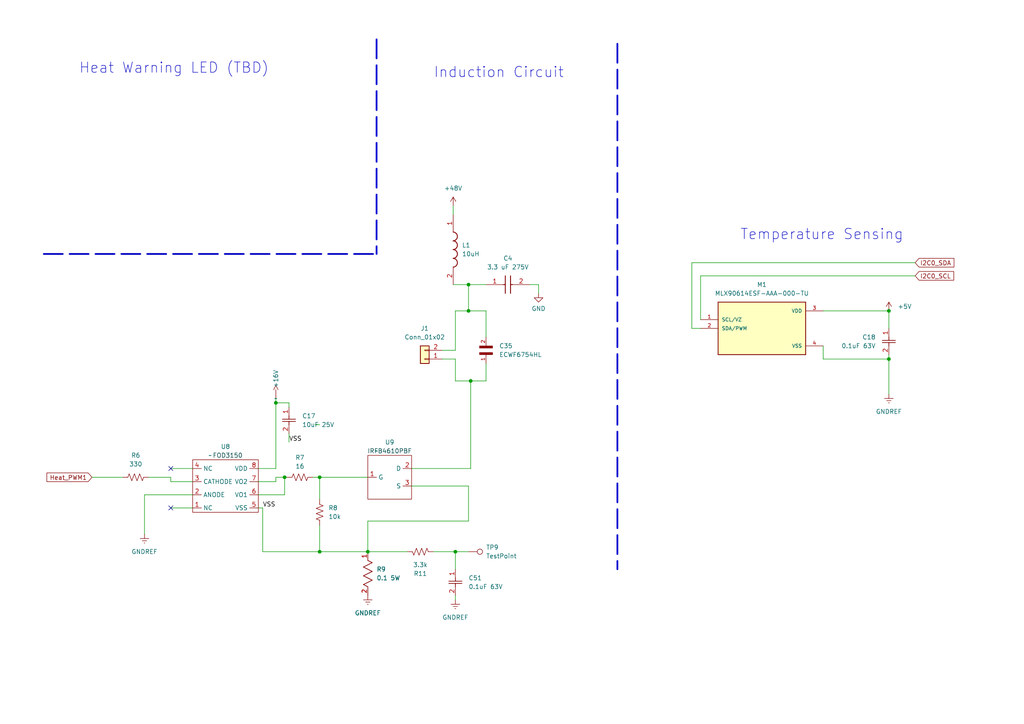
<source format=kicad_sch>
(kicad_sch (version 20230121) (generator eeschema)
  (paper "A4")
  (lib_symbols
    (symbol "2023-11-09_20-43-14:UVZ1E100MDD" (pin_names (offset 0.254))
      (property "Reference" "C" (at 3.81 3.81 0))
      (property "Value" "UVZ1E100MDD" (at 3.81 -3.81 0))
      (symbol "UVZ1E100MDD_1_1"
        (polyline (pts (xy 2.54 0) (xy 3.4798 0)) (stroke (width 0.2032)))
        (polyline (pts (xy 3.4798 -1.905) (xy 3.4798 1.905)) (stroke (width 0.2032)))
        (polyline (pts (xy 4.1148 -1.905) (xy 4.1148 1.905)) (stroke (width 0.2032)))
        (polyline (pts (xy 4.1148 0) (xy 5.08 0)) (stroke (width 0.2032)))
        (pin unspecified line (at 0 0 0) (length 2.54) (name "") (number "1"))
        (pin unspecified line (at 7.62 0 180) (length 2.54) (name "") (number "2"))
      )
      (symbol "UVZ1E100MDD_1_2"
        (polyline (pts (xy -1.905 -4.1148) (xy 1.905 -4.1148)) (stroke (width 0.2032)))
        (polyline (pts (xy -1.905 -3.4798) (xy 1.905 -3.4798)) (stroke (width 0.2032)))
        (polyline (pts (xy 0 -4.1148) (xy 0 -5.08)) (stroke (width 0.2032)))
        (polyline (pts (xy 0 -2.54) (xy 0 -3.4798)) (stroke (width 0.2032)))
        (pin unspecified line (at 0 0 270) (length 2.54) (name "") (number "1"))
        (pin unspecified line (at 0 -7.62 90) (length 2.54) (name "") (number "2"))
      )
    )
    (symbol "2023-11-09_20-51-41:860020772001" (pin_names (offset 0.254))
      (property "Reference" "C" (at 3.81 3.81 0))
      (property "Value" "860020772001" (at 3.81 -3.81 0))
      (symbol "860020772001_1_1"
        (polyline (pts (xy 2.54 0) (xy 3.4798 0)) (stroke (width 0.2032)))
        (polyline (pts (xy 3.4798 -1.905) (xy 3.4798 1.905)) (stroke (width 0.2032)))
        (polyline (pts (xy 4.1148 -1.905) (xy 4.1148 1.905)) (stroke (width 0.2032)))
        (polyline (pts (xy 4.1148 0) (xy 5.08 0)) (stroke (width 0.2032)))
        (pin unspecified line (at 0 0 0) (length 2.54) (name "") (number "1"))
        (pin unspecified line (at 7.62 0 180) (length 2.54) (name "") (number "2"))
      )
      (symbol "860020772001_1_2"
        (polyline (pts (xy -1.905 -4.1148) (xy 1.905 -4.1148)) (stroke (width 0.2032)))
        (polyline (pts (xy -1.905 -3.4798) (xy 1.905 -3.4798)) (stroke (width 0.2032)))
        (polyline (pts (xy 0 -4.1148) (xy 0 -5.08)) (stroke (width 0.2032)))
        (polyline (pts (xy 0 -2.54) (xy 0 -3.4798)) (stroke (width 0.2032)))
        (pin unspecified line (at 0 0 270) (length 2.54) (name "") (number "1"))
        (pin unspecified line (at 0 -7.62 90) (length 2.54) (name "") (number "2"))
      )
    )
    (symbol "2023-11-09_21-42-51:SQP500JB-0R91" (pin_names (offset 0.254))
      (property "Reference" "R" (at 5.715 3.81 0))
      (property "Value" "SQP500JB-0R91" (at 6.35 -3.81 0))
      (symbol "SQP500JB-0R91_1_1"
        (polyline (pts (xy 2.54 0) (xy 3.175 1.27)) (stroke (width 0.2032)))
        (polyline (pts (xy 3.175 1.27) (xy 4.445 -1.27)) (stroke (width 0.2032)))
        (polyline (pts (xy 4.445 -1.27) (xy 5.715 1.27)) (stroke (width 0.2032)))
        (polyline (pts (xy 5.715 1.27) (xy 6.985 -1.27)) (stroke (width 0.2032)))
        (polyline (pts (xy 6.985 -1.27) (xy 8.255 1.27)) (stroke (width 0.2032)))
        (polyline (pts (xy 8.255 1.27) (xy 9.525 -1.27)) (stroke (width 0.2032)))
        (polyline (pts (xy 9.525 -1.27) (xy 10.16 0)) (stroke (width 0.2032)))
        (pin unspecified line (at 0 0 0) (length 2.54) (name "") (number "1"))
        (pin unspecified line (at 12.7 0 180) (length 2.54) (name "") (number "2"))
      )
      (symbol "SQP500JB-0R91_1_2"
        (polyline (pts (xy -1.27 3.175) (xy 1.27 4.445)) (stroke (width 0.2032)))
        (polyline (pts (xy -1.27 5.715) (xy 1.27 6.985)) (stroke (width 0.2032)))
        (polyline (pts (xy -1.27 8.255) (xy 1.27 9.525)) (stroke (width 0.2032)))
        (polyline (pts (xy 0 2.54) (xy -1.27 3.175)) (stroke (width 0.2032)))
        (polyline (pts (xy 1.27 4.445) (xy -1.27 5.715)) (stroke (width 0.2032)))
        (polyline (pts (xy 1.27 6.985) (xy -1.27 8.255)) (stroke (width 0.2032)))
        (polyline (pts (xy 1.27 9.525) (xy 0 10.16)) (stroke (width 0.2032)))
        (pin unspecified line (at 0 12.7 270) (length 2.54) (name "") (number "1"))
        (pin unspecified line (at 0 0 90) (length 2.54) (name "") (number "2"))
      )
    )
    (symbol "Connector:TestPoint" (pin_numbers hide) (pin_names (offset 0.762) hide)
      (property "Reference" "TP" (at 0 6.858 0))
      (property "Value" "TestPoint" (at 0 5.08 0))
      (symbol "TestPoint_0_1"
        (circle (center 0 3.302) (radius 0.762))
      )
      (symbol "TestPoint_1_1"
        (pin passive line (at 0 0 90) (length 2.54) (name "1") (number "1"))
      )
    )
    (symbol "Connector_Generic:Conn_01x02" (pin_names (offset 1.016) hide)
      (property "Reference" "J" (at 0 2.54 0))
      (property "Value" "Conn_01x02" (at 0 -5.08 0))
      (symbol "Conn_01x02_1_1"
        (rectangle (start -1.27 -2.413) (end 0 -2.667) (stroke (width 0.1524)))
        (rectangle (start -1.27 0.127) (end 0 -0.127) (stroke (width 0.1524)))
        (rectangle (start -1.27 1.27) (end 1.27 -3.81) (stroke (width 0.254)) (fill (type background)))
        (pin passive line (at -5.08 0 0) (length 3.81) (name "Pin_1") (number "1"))
        (pin passive line (at -5.08 -2.54 0) (length 3.81) (name "Pin_2") (number "2"))
      )
    )
    (symbol "Device:R_US" (pin_numbers hide) (pin_names (offset 0))
      (property "Reference" "R" (at 2.54 0 90))
      (property "Value" "R_US" (at -2.54 0 90))
      (symbol "R_US_0_1"
        (polyline (pts (xy 0 -2.286) (xy 0 -2.54)))
        (polyline (pts (xy 0 2.286) (xy 0 2.54)))
        (polyline (pts (xy 0 -0.762) (xy 1.016 -1.143) (xy 0 -1.524) (xy -1.016 -1.905) (xy 0 -2.286)))
        (polyline (pts (xy 0 0.762) (xy 1.016 0.381) (xy 0 0) (xy -1.016 -0.381) (xy 0 -0.762)))
        (polyline (pts (xy 0 2.286) (xy 1.016 1.905) (xy 0 1.524) (xy -1.016 1.143) (xy 0 0.762)))
      )
      (symbol "R_US_1_1"
        (pin passive line (at 0 3.81 270) (length 1.27) (name "~") (number "1"))
        (pin passive line (at 0 -3.81 90) (length 1.27) (name "~") (number "2"))
      )
    )
    (symbol "ECQUAAF335LD:ECQUAAF335LD" (pin_names hide)
      (property "Reference" "C" (at 8.89 6.35 0))
      (property "Value" "ECQUAAF335LD" (at 8.89 3.81 0))
      (symbol "ECQUAAF335LD_1_1"
        (polyline (pts (xy 5.08 0) (xy 5.588 0)) (stroke (width 0.254)))
        (polyline (pts (xy 5.588 2.54) (xy 5.588 -2.54)) (stroke (width 0.254)))
        (polyline (pts (xy 7.112 0) (xy 7.62 0)) (stroke (width 0.254)))
        (polyline (pts (xy 7.112 2.54) (xy 7.112 -2.54)) (stroke (width 0.254)))
        (pin passive line (at 0 0 0) (length 5.08) (name "1") (number "1"))
        (pin passive line (at 12.7 0 180) (length 5.08) (name "2") (number "2"))
      )
    )
    (symbol "ECWF6754HL:ECWF6754HL" (pin_names (offset 1.016))
      (property "Reference" "C" (at 0 3.8109 0))
      (property "Value" "ECWF6754HL" (at 0 -5.0885 0))
      (symbol "ECWF6754HL_0_0"
        (rectangle (start 0 -1.9069) (end 0.635 1.905) (stroke (width 0.1)) (fill (type outline)))
        (rectangle (start 1.9069 -1.9069) (end 2.54 1.905) (stroke (width 0.1)) (fill (type outline)))
        (pin passive line (at -2.54 0 0) (length 2.54) (name "~") (number "1"))
        (pin passive line (at 5.08 0 180) (length 2.54) (name "~") (number "2"))
      )
    )
    (symbol "MLX90614ESF-AAA-000-TU:MLX90614ESF-AAA-000-TU" (pin_names (offset 1.016))
      (property "Reference" "M" (at -12.7 8.89 0))
      (property "Value" "MLX90614ESF-AAA-000-TU" (at -12.7 -8.89 0))
      (symbol "MLX90614ESF-AAA-000-TU_0_0"
        (rectangle (start -12.7 -7.62) (end 12.7 7.62) (stroke (width 0.254)) (fill (type background)))
        (pin input line (at -17.78 2.54 0) (length 5.08) (name "SCL/VZ") (number "1"))
        (pin bidirectional line (at -17.78 0 0) (length 5.08) (name "SDA/PWM") (number "2"))
        (pin power_in line (at 17.78 5.08 180) (length 5.08) (name "VDD") (number "3"))
        (pin power_in line (at 17.78 -5.08 180) (length 5.08) (name "VSS") (number "4"))
      )
    )
    (symbol "New_Library:IRFB4610PBF"
      (property "Reference" "U9" (at 3.81 3.81 0))
      (property "Value" "~" (at 0 0 0))
      (symbol "IRFB4610PBF_0_1"
        (rectangle (start -2.54 -1.27) (end 10.16 -13.97))
      )
      (symbol "IRFB4610PBF_1_1"
        (text "IRFB4610PBF" (at 3.81 0 0) (effects (font (size 1.27 1.27))))
        (pin unspecified line (at -2.54 -7.62 0) (length 2.54) (name "G") (number "1"))
        (pin unspecified line (at 10.16 -5.08 180) (length 2.54) (name "D") (number "2"))
        (pin unspecified line (at 10.16 -10.16 180) (length 2.54) (name "S") (number "3"))
      )
    )
    (symbol "New_Library_0:FOD3150"
      (property "Reference" "U" (at 5.08 2.54 0))
      (symbol "FOD3150_0_1"
        (rectangle (start -5.08 -1.27) (end 13.97 -16.51))
      )
      (symbol "FOD3150_1_1"
        (text "FOD3150" (at 5.08 0 0) (effects (font (size 1.27 1.27))))
        (pin input line (at -5.08 -15.24 0) (length 2.54) (name "NC") (number "1"))
        (pin input line (at -5.08 -11.43 0) (length 2.54) (name "ANODE") (number "2"))
        (pin input line (at -5.08 -7.62 0) (length 2.54) (name "CATHODE") (number "3"))
        (pin input line (at -5.08 -3.81 0) (length 2.54) (name "NC") (number "4"))
        (pin input line (at 13.97 -15.24 180) (length 2.54) (name "VSS") (number "5"))
        (pin output line (at 13.97 -11.43 180) (length 2.54) (name "VO1") (number "6"))
        (pin output line (at 13.97 -7.62 180) (length 2.54) (name "VO2") (number "7"))
        (pin input line (at 13.97 -3.81 180) (length 2.54) (name "VDD") (number "8"))
      )
    )
    (symbol "SRP1770CC-100M:SRP1770CC-100M" (pin_names hide)
      (property "Reference" "L" (at 16.51 6.35 0))
      (property "Value" "SRP1770CC-100M" (at 16.51 3.81 0))
      (symbol "SRP1770CC-100M_1_1"
        (arc (start 7.62 0) (mid 6.35 1.219) (end 5.08 0) (stroke (width 0.254)))
        (arc (start 10.16 0) (mid 8.89 1.219) (end 7.62 0) (stroke (width 0.254)))
        (arc (start 12.7 0) (mid 11.43 1.219) (end 10.16 0) (stroke (width 0.254)))
        (arc (start 15.24 0) (mid 13.97 1.219) (end 12.7 0) (stroke (width 0.254)))
        (pin passive line (at 0 0 0) (length 5.08) (name "1") (number "1"))
        (pin passive line (at 20.32 0 180) (length 5.08) (name "2") (number "2"))
      )
    )
    (symbol "more_powerSymbols:+16V" (power) (in_bom no) (on_board no)
      (property "Reference" "#PWR" (at 3.81 -1.27 0))
      (symbol "+16V_1_1"
        (pin power_in clock (at 0 0 90) (length 2.54) (name "+16V") (number ""))
      )
    )
    (symbol "power:+48V" (power) (pin_names (offset 0))
      (property "Value" "+48V" (at 0 3.556 0))
      (symbol "+48V_0_1"
        (polyline (pts (xy -0.762 1.27) (xy 0 2.54)))
        (polyline (pts (xy 0 0) (xy 0 2.54)))
        (polyline (pts (xy 0 2.54) (xy 0.762 1.27)))
      )
      (symbol "+48V_1_1"
        (pin power_in line (at 0 0 90) (length 0) hide (name "+48V") (number "1"))
      )
    )
    (symbol "power:+5V" (power) (pin_names (offset 0))
      (property "Value" "+5V" (at 0 3.556 0))
      (symbol "+5V_0_1"
        (polyline (pts (xy -0.762 1.27) (xy 0 2.54)))
        (polyline (pts (xy 0 0) (xy 0 2.54)))
        (polyline (pts (xy 0 2.54) (xy 0.762 1.27)))
      )
      (symbol "+5V_1_1"
        (pin power_in line (at 0 0 90) (length 0) hide (name "+5V") (number "1"))
      )
    )
    (symbol "power:GND" (power) (pin_names (offset 0))
      (property "Value" "GND" (at 0 -3.81 0))
      (symbol "GND_0_1"
        (polyline (pts (xy 0 0) (xy 0 -1.27) (xy 1.27 -1.27) (xy 0 -2.54) (xy -1.27 -1.27) (xy 0 -1.27)))
      )
      (symbol "GND_1_1"
        (pin power_in line (at 0 0 270) (length 0) hide (name "GND") (number "1"))
      )
    )
    (symbol "power:GNDREF" (power) (pin_names (offset 0))
      (property "Value" "GNDREF" (at 0 -3.81 0))
      (symbol "GNDREF_0_1"
        (polyline (pts (xy -0.635 -1.905) (xy 0.635 -1.905)))
        (polyline (pts (xy -0.127 -2.54) (xy 0.127 -2.54)))
        (polyline (pts (xy 0 -1.27) (xy 0 0)))
        (polyline (pts (xy 1.27 -1.27) (xy -1.27 -1.27)))
      )
      (symbol "GNDREF_1_1"
        (pin power_in line (at 0 0 270) (length 0) hide (name "GNDREF") (number "1"))
      )
    )
  )
  (junction (at 92.71 138.43))
  (junction (at 257.81 104.14))
  (junction (at 82.55 138.43))
  (junction (at 257.81 90.17))
  (junction (at 92.71 160.02))
  (junction (at 106.68 160.02))
  (junction (at 136.525 110.49))
  (junction (at 80.01 116.84))
  (junction (at 135.89 82.55))
  (junction (at 132.08 160.02))
  (junction (at 135.89 90.17))
  (no_connect (at 49.53 147.32))
  (no_connect (at 49.53 135.89))
  (wire (pts (xy 26.67 138.43) (xy 35.56 138.43)))
  (wire (pts (xy 92.71 152.4) (xy 92.71 160.02)))
  (wire (pts (xy 136.525 110.49) (xy 140.97 110.49)))
  (wire (pts (xy 43.18 138.43) (xy 49.53 138.43)))
  (wire (pts (xy 106.68 151.13) (xy 106.68 160.02)))
  (wire (pts (xy 106.68 160.02) (xy 118.11 160.02)))
  (wire (pts (xy 203.2 95.25) (xy 200.66 95.25)))
  (wire (pts (xy 83.82 116.84) (xy 83.82 118.11)))
  (wire (pts (xy 74.93 139.7) (xy 80.01 139.7)))
  (wire (pts (xy 238.76 104.14) (xy 257.81 104.14)))
  (wire (pts (xy 128.27 104.14) (xy 132.08 104.14)))
  (wire (pts (xy 135.89 90.17) (xy 140.97 90.17)))
  (wire (pts (xy 41.91 143.51) (xy 41.91 154.94)))
  (wire (pts (xy 200.66 76.2) (xy 265.43 76.2)))
  (wire (pts (xy 238.76 104.14) (xy 238.76 100.33)))
  (wire (pts (xy 135.89 140.97) (xy 135.89 151.13)))
  (wire (pts (xy 257.81 90.17) (xy 257.81 95.25)))
  (wire (pts (xy 49.53 135.89) (xy 55.88 135.89)))
  (wire (pts (xy 74.93 135.89) (xy 80.01 135.89)))
  (wire (pts (xy 203.2 80.01) (xy 265.43 80.01)))
  (wire (pts (xy 132.08 172.72) (xy 132.08 173.99)))
  (wire (pts (xy 80.01 116.84) (xy 80.01 135.89)))
  (wire (pts (xy 125.73 160.02) (xy 132.08 160.02)))
  (wire (pts (xy 119.38 135.89) (xy 136.525 135.89)))
  (wire (pts (xy 135.89 151.13) (xy 106.68 151.13)))
  (wire (pts (xy 140.97 105.41) (xy 140.97 110.49)))
  (wire (pts (xy 132.08 90.17) (xy 135.89 90.17)))
  (wire (pts (xy 83.82 116.84) (xy 80.01 116.84)))
  (wire (pts (xy 132.08 90.17) (xy 132.08 101.6)))
  (wire (pts (xy 55.88 139.7) (xy 49.53 139.7)))
  (wire (pts (xy 76.2 160.02) (xy 76.2 147.32)))
  (wire (pts (xy 80.01 138.43) (xy 82.55 138.43)))
  (wire (pts (xy 80.01 139.7) (xy 80.01 138.43)))
  (wire (pts (xy 238.76 90.17) (xy 257.81 90.17)))
  (wire (pts (xy 136.525 110.49) (xy 136.525 135.89)))
  (wire (pts (xy 257.81 104.14) (xy 257.81 114.3)))
  (wire (pts (xy 41.91 143.51) (xy 55.88 143.51)))
  (wire (pts (xy 140.97 82.55) (xy 135.89 82.55)))
  (wire (pts (xy 135.89 82.55) (xy 135.89 90.17)))
  (wire (pts (xy 156.21 82.55) (xy 156.21 85.09)))
  (polyline (pts (xy 179.07 12.7) (xy 179.07 165.1)) (stroke (width 0.5) (type dash)))
  (wire (pts (xy 119.38 140.97) (xy 135.89 140.97)))
  (wire (pts (xy 153.67 82.55) (xy 156.21 82.55)))
  (wire (pts (xy 90.805 138.43) (xy 92.71 138.43)))
  (wire (pts (xy 132.08 104.14) (xy 132.08 110.49)))
  (polyline (pts (xy 109.22 11.43) (xy 109.22 73.66)) (stroke (width 0.5) (type dash)))
  (wire (pts (xy 131.445 59.69) (xy 131.445 62.23)))
  (polyline (pts (xy 12.7 73.66) (xy 109.22 73.66)) (stroke (width 0.5) (type dash)))
  (wire (pts (xy 131.445 82.55) (xy 135.89 82.55)))
  (wire (pts (xy 132.08 101.6) (xy 128.27 101.6)))
  (wire (pts (xy 76.2 160.02) (xy 92.71 160.02)))
  (wire (pts (xy 83.82 125.73) (xy 83.82 128.27)))
  (wire (pts (xy 92.71 138.43) (xy 92.71 144.78)))
  (wire (pts (xy 92.71 138.43) (xy 106.68 138.43)))
  (wire (pts (xy 80.01 115.57) (xy 80.01 116.84)))
  (wire (pts (xy 132.08 110.49) (xy 136.525 110.49)))
  (wire (pts (xy 49.53 147.32) (xy 55.88 147.32)))
  (wire (pts (xy 257.81 102.87) (xy 257.81 104.14)))
  (wire (pts (xy 140.97 90.17) (xy 140.97 97.79)))
  (wire (pts (xy 49.53 139.7) (xy 49.53 138.43)))
  (wire (pts (xy 82.55 143.51) (xy 82.55 138.43)))
  (wire (pts (xy 92.71 123.19) (xy 91.44 123.19)))
  (wire (pts (xy 82.55 138.43) (xy 83.185 138.43)))
  (wire (pts (xy 76.2 147.32) (xy 74.93 147.32)))
  (wire (pts (xy 132.08 160.02) (xy 132.08 165.1)))
  (wire (pts (xy 92.71 160.02) (xy 106.68 160.02)))
  (wire (pts (xy 200.66 95.25) (xy 200.66 76.2)))
  (wire (pts (xy 203.2 92.71) (xy 203.2 80.01)))
  (wire (pts (xy 74.93 143.51) (xy 82.55 143.51)))
  (wire (pts (xy 132.08 160.02) (xy 135.89 160.02)))
  (text "Heat Warning LED (TBD)" (at 22.86 21.59 0) (effects (font (size 3 3)) (justify left bottom)))
  (text "Induction Circuit" (at 125.73 22.86 0) (effects (font (size 3 3)) (justify left bottom)))
  (text "Temperature Sensing" (at 214.63 69.85 0) (effects (font (size 3 3)) (justify left bottom)))
  (label "VSS" (at 83.82 128.27 0))
  (label "VSS" (at 76.2 147.32 0))
  (global_label "Heat_PWM1" (shape input) (at 26.67 138.43 180) (property "Intersheetrefs" "${INTERSHEET_REFS}" (effects hide)))
  (global_label "I2C0_SDA" (shape input) (at 265.43 76.2 0) (property "Intersheetrefs" "${INTERSHEET_REFS}" (effects hide)))
  (global_label "I2C0_SCL" (shape input) (at 265.43 80.01 0) (property "Intersheetrefs" "${INTERSHEET_REFS}" (effects hide)))
  (symbol (lib_id "New_Library:IRFB4610PBF") (at 109.22 130.81 0) (unit 1)
    (property "Reference" "U9" (at 113.03 128.27 0))
    (property "Value" "~" (at 109.22 130.81 0))
  )
  (symbol (lib_id "power:+48V") (at 131.445 59.69 0) (unit 1)
    (property "Reference" "#PWR021" (effects hide))
    (property "Value" "+48V" (at 131.445 54.61 0))
  )
  (symbol (lib_id "Device:R_US") (at 121.92 160.02 90) (mirror x) (unit 1)
    (property "Reference" "R11" (at 121.92 166.37 90))
    (property "Value" "3.3k" (at 121.92 163.83 90))
    (property "Footprint" "footprints:RESC2012X60N" (effects hide))
  )
  (symbol (lib_id "Connector:TestPoint") (at 135.89 160.02 270) (unit 1)
    (property "Reference" "TP9" (at 140.97 158.75 90) (effects (justify left)))
    (property "Value" "TestPoint" (at 140.97 161.29 90) (effects (justify left)))
    (property "Footprint" "footprints:TP_5014" (effects hide))
  )
  (symbol (lib_id "power:GNDREF") (at 41.91 154.94 0) (unit 1)
    (property "Reference" "#PWR017" (effects hide))
    (property "Value" "GNDREF" (at 41.91 160.02 0))
  )
  (symbol (lib_id "SRP1770CC-100M:SRP1770CC-100M") (at 131.445 62.23 270) (unit 1)
    (property "Reference" "L1" (at 133.985 71.12 90) (effects (justify left)))
    (property "Value" "10uH" (at 133.985 73.66 90) (effects (justify left)))
    (property "Footprint" "footprints:INDPM120120X800N" (effects hide))
    (property "Datasheet" "https://www.bourns.com/docs/Product-Datasheets/SRP1770CC.pdf" (effects hide))
    (property "Height" "7" (effects hide))
    (property "Manufacturer_Name" "Bourns" (effects hide))
    (property "Manufacturer_Part_Number" "SRP1770CC-100M" (effects hide))
  )
  (symbol (lib_id "2023-11-09_20-43-14:UVZ1E100MDD") (at 83.82 118.11 270) (unit 1)
    (property "Reference" "C17" (at 87.63 120.65 90) (effects (justify left)))
    (property "Value" "10uF 25V" (at 87.63 123.19 90) (effects (justify left)))
    (property "Footprint" "footprints:CAPC2012X94N" (effects hide))
    (property "Datasheet" "UVZ1E100MDD" (effects hide))
  )
  (symbol (lib_id "2023-11-09_21-42-51:SQP500JB-0R91") (at 106.68 160.02 270) (unit 1)
    (property "Reference" "R9" (at 109.22 165.1 90) (effects (justify left)))
    (property "Value" "0.1 5W" (at 109.22 167.64 90) (effects (justify left)))
    (property "Footprint" "footprints:RESC2012X60N" (effects hide))
    (property "Datasheet" "SQP500JB-0R91" (effects hide))
  )
  (symbol (lib_id "power:GND") (at 156.21 85.09 0) (unit 1)
    (property "Reference" "#PWR019" (effects hide))
    (property "Value" "GND" (at 156.21 89.5096 0))
  )
  (symbol (lib_id "Connector_Generic:Conn_01x02") (at 123.19 104.14 180) (unit 1)
    (property "Reference" "J1" (at 123.19 95.25 0))
    (property "Value" "Conn_01x02" (at 123.19 97.79 0))
    (property "Footprint" "footprints:CONN2_710002_WRE" (effects hide))
  )
  (symbol (lib_id "MLX90614ESF-AAA-000-TU:MLX90614ESF-AAA-000-TU") (at 220.98 95.25 0) (unit 1)
    (property "Reference" "M1" (at 220.98 82.55 0))
    (property "Value" "MLX90614ESF-AAA-000-TU" (at 220.98 85.09 0))
    (property "Footprint" "MLX90614ESF-AAA-000-TU:TO254P942H425-4" (effects hide))
    (property "MF" "Melexis" (effects hide))
    (property "MAXIMUM_PACKAGE_HEIGHT" "4.25 mm" (effects hide))
    (property "Package" "TO-39 Melexis" (effects hide))
    (property "Price" "None" (effects hide))
    (property "Check_prices" "https://www.snapeda.com/parts/MLX90614ESF-AAA-000-TU/Melexis+Technologies+NV/view-part/?ref=eda" (effects hide))
    (property "STANDARD" "IPC 7351B" (effects hide))
    (property "PARTREV" "13" (effects hide))
    (property "SnapEDA_Link" "https://www.snapeda.com/parts/MLX90614ESF-AAA-000-TU/Melexis+Technologies+NV/view-part/?ref=snap" (effects hide))
    (property "MP" "MLX90614ESF-AAA-000-TU" (effects hide))
    (property "Description" "\nTemperature Sensor Digital, Infrared (IR) -40°C ~ 85°C 16 b TO-39\n" (effects hide))
    (property "Availability" "In Stock" (effects hide))
    (property "MANUFACTURER" "Melexis" (effects hide))
  )
  (symbol (lib_id "power:+5V") (at 257.81 90.17 0) (unit 1)
    (property "Reference" "#PWR068" (effects hide))
    (property "Value" "+5V" (at 260.35 88.9 0) (effects (justify left)))
  )
  (symbol (lib_id "2023-11-09_20-51-41:860020772001") (at 132.08 165.1 270) (unit 1)
    (property "Reference" "C51" (at 135.89 167.64 90) (effects (justify left)))
    (property "Value" "0.1uF 63V" (at 135.89 170.18 90) (effects (justify left)))
    (property "Footprint" "footprints:CAPC2012X94N" (effects hide))
    (property "Datasheet" "860020772001" (effects hide))
  )
  (symbol (lib_id "Device:R_US") (at 39.37 138.43 90) (unit 1)
    (property "Reference" "R6" (at 39.37 132.08 90))
    (property "Value" "330" (at 39.37 134.62 90))
    (property "Footprint" "footprints:RESC2012X60N" (effects hide))
  )
  (symbol (lib_id "ECWF6754HL:ECWF6754HL") (at 140.97 102.87 90) (unit 1)
    (property "Reference" "C35" (at 144.78 100.33 90) (effects (justify right)))
    (property "Value" "ECWF6754HL" (at 144.78 102.87 90) (effects (justify right)))
    (property "Footprint" "ECWF6754HL:CAPRR2500W80L2800T1330H1990" (effects hide))
    (property "PARTREV" "11-Oct-17" (effects hide))
    (property "STANDARD" "IPC-7351B" (effects hide))
    (property "MAXIMUM_PACKAGE_HEIGHT" "19.9 mm" (effects hide))
    (property "MANUFACTURER" "Panasonic" (effects hide))
  )
  (symbol (lib_id "Device:R_US") (at 86.995 138.43 90) (unit 1)
    (property "Reference" "R7" (at 86.995 132.715 90))
    (property "Value" "16" (at 86.995 135.255 90))
    (property "Footprint" "footprints:RESC2012X60N" (effects hide))
  )
  (symbol (lib_id "power:GNDREF") (at 132.08 173.99 0) (unit 1)
    (property "Reference" "#PWR022" (effects hide))
    (property "Value" "GNDREF" (at 132.08 179.07 0))
  )
  (symbol (lib_id "power:GNDREF") (at 257.81 114.3 0) (unit 1)
    (property "Reference" "#PWR060" (effects hide))
    (property "Value" "GNDREF" (at 257.81 119.38 0))
  )
  (symbol (lib_id "ECQUAAF335LD:ECQUAAF335LD") (at 140.97 82.55 0) (unit 1)
    (property "Reference" "C4" (at 147.32 74.93 0))
    (property "Value" "3.3 uF 275V" (at 147.32 77.47 0))
    (property "Footprint" "footprints:CAPC2012X94N" (effects hide))
    (property "Datasheet" "https://industrial.panasonic.com/cdbs/www-data/pdf/RDI0000/ABD0000C249.pdf" (effects hide))
    (property "Height" "30.5" (effects hide))
    (property "Manufacturer_Name" "Panasonic" (effects hide))
    (property "Manufacturer_Part_Number" "ECQUAAF335LD" (effects hide))
  )
  (symbol (lib_id "2023-11-09_20-51-41:860020772001") (at 257.81 95.25 90) (mirror x) (unit 1)
    (property "Reference" "C18" (at 254 97.79 90) (effects (justify left)))
    (property "Value" "0.1uF 63V" (at 254 100.33 90) (effects (justify left)))
    (property "Footprint" "footprints:CAPC2012X94N" (effects hide))
    (property "Datasheet" "860020772001" (effects hide))
  )
  (symbol (lib_id "Device:R_US") (at 92.71 148.59 180) (unit 1)
    (property "Reference" "R8" (at 95.25 147.32 0) (effects (justify right)))
    (property "Value" "10k" (at 95.25 149.86 0) (effects (justify right)))
    (property "Footprint" "footprints:RESC2012X60N" (effects hide))
  )
  (symbol (lib_id "New_Library_0:FOD3150") (at 60.96 132.08 0) (unit 1)
    (property "Reference" "U8" (at 65.405 129.54 0))
    (property "Value" "~" (at 60.96 132.08 0))
  )
  (symbol (lib_id "power:GNDREF") (at 106.68 172.72 0) (unit 1)
    (property "Reference" "#PWR020" (effects hide))
    (property "Value" "GNDREF" (at 106.68 177.8 0))
  )
  (symbol (lib_id "more_powerSymbols:+16V") (at 80.01 115.57 0) (unit 1) (in_bom no) (on_board no)
    (property "Reference" "#PWR018" (effects hide))
    (property "Value" "~" (at 80.01 115.57 0))
  )
)
</source>
